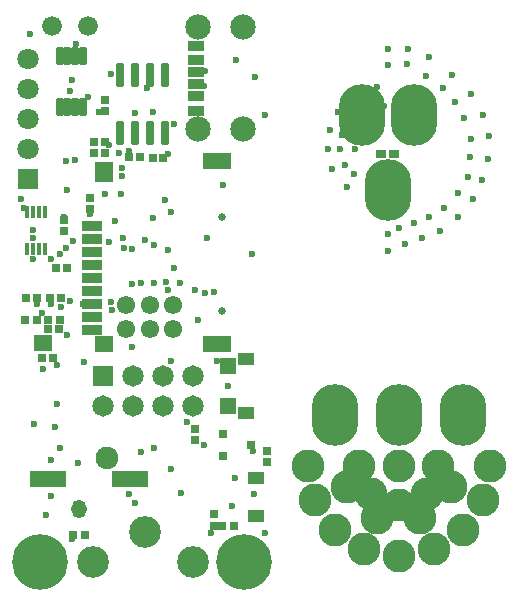
<source format=gts>
G04*
G04 #@! TF.GenerationSoftware,Altium Limited,Altium Designer,20.0.13 (296)*
G04*
G04 Layer_Color=8388736*
%FSLAX25Y25*%
%MOIN*%
G70*
G01*
G75*
%ADD97R,0.03150X0.03110*%
%ADD98R,0.05394X0.04173*%
%ADD99R,0.02953X0.02559*%
%ADD100R,0.02559X0.02953*%
%ADD101R,0.05315X0.04134*%
%ADD102R,0.05709X0.05315*%
G04:AMPARAMS|DCode=103|XSize=62.99mil|YSize=24.8mil|CornerRadius=5.32mil|HoleSize=0mil|Usage=FLASHONLY|Rotation=270.000|XOffset=0mil|YOffset=0mil|HoleType=Round|Shape=RoundedRectangle|*
%AMROUNDEDRECTD103*
21,1,0.06299,0.01417,0,0,270.0*
21,1,0.05236,0.02480,0,0,270.0*
1,1,0.01063,-0.00709,-0.02618*
1,1,0.01063,-0.00709,0.02618*
1,1,0.01063,0.00709,0.02618*
1,1,0.01063,0.00709,-0.02618*
%
%ADD103ROUNDEDRECTD103*%
%ADD104R,0.02854X0.03032*%
%ADD105R,0.01772X0.03937*%
G04:AMPARAMS|DCode=106|XSize=80.71mil|YSize=29.53mil|CornerRadius=5.91mil|HoleSize=0mil|Usage=FLASHONLY|Rotation=90.000|XOffset=0mil|YOffset=0mil|HoleType=Round|Shape=RoundedRectangle|*
%AMROUNDEDRECTD106*
21,1,0.08071,0.01772,0,0,90.0*
21,1,0.06890,0.02953,0,0,90.0*
1,1,0.01181,0.00886,0.03445*
1,1,0.01181,0.00886,-0.03445*
1,1,0.01181,-0.00886,-0.03445*
1,1,0.01181,-0.00886,0.03445*
%
%ADD106ROUNDEDRECTD106*%
%ADD107R,0.05315X0.03347*%
%ADD108R,0.05315X0.03583*%
%ADD109R,0.05315X0.03740*%
%ADD110R,0.03110X0.03150*%
%ADD111R,0.12011X0.05311*%
%ADD112R,0.06890X0.03347*%
%ADD113R,0.09252X0.05315*%
%ADD114R,0.06496X0.05315*%
%ADD115R,0.06496X0.06890*%
%ADD116O,0.15591X0.20591*%
%ADD117R,0.03347X0.02953*%
%ADD118O,0.05091X0.06091*%
%ADD119C,0.07591*%
%ADD120C,0.06591*%
%ADD121C,0.06102*%
%ADD122R,0.05891X0.05391*%
%ADD123R,0.07087X0.07087*%
%ADD124C,0.07087*%
%ADD125R,0.07146X0.07146*%
%ADD126C,0.07146*%
%ADD127C,0.08465*%
%ADD128C,0.18591*%
%ADD129C,0.10591*%
%ADD130C,0.02559*%
%ADD131C,0.02362*%
%ADD132C,0.11000*%
D97*
X537772Y493500D02*
D03*
X534228D02*
D03*
X529772D02*
D03*
X526228D02*
D03*
X537272Y483000D02*
D03*
X533728D02*
D03*
X539772Y503500D02*
D03*
X536228D02*
D03*
X531728Y473500D02*
D03*
X535272D02*
D03*
X564272Y540500D02*
D03*
X560728D02*
D03*
X568457Y540000D02*
D03*
X572000D02*
D03*
D98*
X603000Y433500D02*
D03*
Y420626D02*
D03*
D99*
X542000Y414500D02*
D03*
X545937Y414500D02*
D03*
X591532Y417500D02*
D03*
X595469D02*
D03*
X529937Y486000D02*
D03*
X526000D02*
D03*
X533532Y486000D02*
D03*
X537468D02*
D03*
D100*
X589000Y417531D02*
D03*
Y421468D02*
D03*
D101*
X599551Y473055D02*
D03*
Y454945D02*
D03*
D102*
X593449Y470594D02*
D03*
Y457405D02*
D03*
D103*
X537441Y574000D02*
D03*
X540000D02*
D03*
X542559D02*
D03*
X545118D02*
D03*
Y556992D02*
D03*
X542559D02*
D03*
X540000D02*
D03*
X537441D02*
D03*
D104*
X601177Y444500D02*
D03*
X591823Y440760D02*
D03*
Y448240D02*
D03*
D105*
X526547Y522201D02*
D03*
X528516D02*
D03*
X530484D02*
D03*
X532453D02*
D03*
Y509799D02*
D03*
X530484D02*
D03*
X528516D02*
D03*
X526547D02*
D03*
D106*
X557500Y567665D02*
D03*
X562500D02*
D03*
X567500D02*
D03*
X572500D02*
D03*
Y548335D02*
D03*
X567500D02*
D03*
X562500D02*
D03*
X557500D02*
D03*
D107*
X583000Y564705D02*
D03*
Y568642D02*
D03*
D108*
Y572657D02*
D03*
Y560689D02*
D03*
D109*
Y577500D02*
D03*
Y555847D02*
D03*
D110*
X582500Y446228D02*
D03*
Y449772D02*
D03*
X606500Y442272D02*
D03*
Y438728D02*
D03*
X552500Y559272D02*
D03*
Y555728D02*
D03*
X549000Y545272D02*
D03*
Y541728D02*
D03*
X547500Y526772D02*
D03*
Y523228D02*
D03*
X552500Y545272D02*
D03*
Y541728D02*
D03*
X539000Y515728D02*
D03*
Y519272D02*
D03*
D111*
X533500Y433000D02*
D03*
X561060D02*
D03*
D112*
X548268Y482701D02*
D03*
Y487032D02*
D03*
Y491362D02*
D03*
Y495693D02*
D03*
Y500024D02*
D03*
Y504354D02*
D03*
Y508685D02*
D03*
Y513016D02*
D03*
Y517346D02*
D03*
D113*
X590000Y539000D02*
D03*
Y477976D02*
D03*
D114*
X552205D02*
D03*
D115*
Y535457D02*
D03*
D116*
X638121Y554369D02*
D03*
X646859Y529369D02*
D03*
X655621Y554369D02*
D03*
X629338Y454384D02*
D03*
X671896D02*
D03*
X650565D02*
D03*
D117*
X649024Y541458D02*
D03*
X644694D02*
D03*
D118*
X544000Y423000D02*
D03*
D119*
X553374Y440024D02*
D03*
D120*
X546811Y584000D02*
D03*
X535000D02*
D03*
D121*
X559626Y483126D02*
D03*
X567500Y483063D02*
D03*
X575374D02*
D03*
Y491000D02*
D03*
X567500D02*
D03*
X559626D02*
D03*
D122*
X532000Y478500D02*
D03*
D123*
X527000Y533000D02*
D03*
D124*
Y543000D02*
D03*
Y553000D02*
D03*
Y563000D02*
D03*
Y573000D02*
D03*
D125*
X552000Y467500D02*
D03*
D126*
X562000D02*
D03*
X572000D02*
D03*
X582000D02*
D03*
X552000Y457500D02*
D03*
X562000D02*
D03*
X572000D02*
D03*
X582000D02*
D03*
D127*
X598551Y549665D02*
D03*
Y583681D02*
D03*
X583591D02*
D03*
Y549665D02*
D03*
D128*
X599000Y405500D02*
D03*
X531000D02*
D03*
D129*
X566000Y415500D02*
D03*
X548500Y405500D02*
D03*
X582000D02*
D03*
D130*
X591575Y489000D02*
D03*
Y520496D02*
D03*
D131*
X539963Y529537D02*
D03*
X528500Y516000D02*
D03*
Y513500D02*
D03*
X558251Y534056D02*
D03*
X558231Y536830D02*
D03*
X560728Y542272D02*
D03*
X557111Y541612D02*
D03*
X558500Y513500D02*
D03*
X532000Y469586D02*
D03*
X552500Y528000D02*
D03*
X573500Y509500D02*
D03*
X569000Y511000D02*
D03*
X583500Y486000D02*
D03*
X602134Y428134D02*
D03*
X561500Y498200D02*
D03*
X527500Y581500D02*
D03*
X602500Y567000D02*
D03*
X558000Y528000D02*
D03*
X592000Y531000D02*
D03*
X593500Y464000D02*
D03*
X606000Y415000D02*
D03*
X529000Y451500D02*
D03*
X545500Y472000D02*
D03*
X586500Y513500D02*
D03*
X575500Y503500D02*
D03*
X524500Y526500D02*
D03*
X574500Y472500D02*
D03*
X541500Y413000D02*
D03*
X533000Y421000D02*
D03*
X534500Y427500D02*
D03*
Y439500D02*
D03*
X574532Y522031D02*
D03*
X596000Y433500D02*
D03*
X564500Y498500D02*
D03*
X531734Y488328D02*
D03*
X538000Y490500D02*
D03*
X534500Y491500D02*
D03*
X530000D02*
D03*
X559000Y510000D02*
D03*
X541000Y492531D02*
D03*
X554500Y492000D02*
D03*
X555000Y489500D02*
D03*
X561531Y476968D02*
D03*
X569000Y498500D02*
D03*
X553957Y511957D02*
D03*
X561685Y509685D02*
D03*
X565768Y512768D02*
D03*
X568469Y520031D02*
D03*
X562500Y555000D02*
D03*
X550500Y555500D02*
D03*
X541500Y566000D02*
D03*
X541000Y562500D02*
D03*
X554500Y568000D02*
D03*
X547000Y560500D02*
D03*
X573500Y541500D02*
D03*
X573086Y498586D02*
D03*
X572532Y525969D02*
D03*
X586000Y495000D02*
D03*
X589000Y495500D02*
D03*
X573500Y496000D02*
D03*
X547500Y521500D02*
D03*
X525500Y523248D02*
D03*
X541926Y512574D02*
D03*
X580000Y452000D02*
D03*
X539500Y510131D02*
D03*
X590000Y472500D02*
D03*
X537500Y508000D02*
D03*
X534500Y506468D02*
D03*
X528516Y506516D02*
D03*
X542500Y539500D02*
D03*
X539500Y539000D02*
D03*
X575500Y551335D02*
D03*
X568469Y555532D02*
D03*
X566728Y563500D02*
D03*
X554000Y544500D02*
D03*
X568838Y443500D02*
D03*
X564500Y442000D02*
D03*
X602000Y442500D02*
D03*
X606000Y554500D02*
D03*
X596158Y572657D02*
D03*
X585500Y564000D02*
D03*
X586031Y569000D02*
D03*
X577500Y498500D02*
D03*
X582500Y496000D02*
D03*
X545362Y491362D02*
D03*
X540011Y481011D02*
D03*
X556000Y519000D02*
D03*
X562532Y425000D02*
D03*
X536500Y471000D02*
D03*
X539000Y520272D02*
D03*
X585500Y444500D02*
D03*
X601500Y508000D02*
D03*
X595000Y424000D02*
D03*
X587968Y415000D02*
D03*
X543000Y578000D02*
D03*
X536500Y458000D02*
D03*
X574500Y436500D02*
D03*
X536000Y450500D02*
D03*
X543500Y438500D02*
D03*
X537500Y443500D02*
D03*
X578000Y428500D02*
D03*
X560500Y428000D02*
D03*
X653121Y571369D02*
D03*
X659621Y567369D02*
D03*
X646859Y514621D02*
D03*
Y508923D02*
D03*
X650621Y516869D02*
D03*
X652621Y511369D02*
D03*
X655621Y518369D02*
D03*
X658121Y513369D02*
D03*
X660621Y520369D02*
D03*
X664121Y515869D02*
D03*
X665621Y523369D02*
D03*
X670121Y520369D02*
D03*
Y528369D02*
D03*
X675121Y526369D02*
D03*
X673621Y533869D02*
D03*
X678121Y532869D02*
D03*
X674121Y540369D02*
D03*
X680121Y539869D02*
D03*
X674621Y546369D02*
D03*
X680621Y547369D02*
D03*
X672280Y553257D02*
D03*
X678621Y554369D02*
D03*
X669121Y558869D02*
D03*
X674621Y561369D02*
D03*
X665121Y563369D02*
D03*
X668121Y567869D02*
D03*
X660621Y573869D02*
D03*
X653621Y576369D02*
D03*
X646859Y571040D02*
D03*
Y576528D02*
D03*
X635796Y543108D02*
D03*
X627621Y549369D02*
D03*
X630121Y555369D02*
D03*
X636621Y560869D02*
D03*
X643121Y563869D02*
D03*
X645621Y557369D02*
D03*
X642121Y556369D02*
D03*
X638121Y554369D02*
D03*
X634121Y551369D02*
D03*
X631621Y547869D02*
D03*
X633121Y530369D02*
D03*
X635621Y534869D02*
D03*
X628121Y536369D02*
D03*
X632621Y537869D02*
D03*
X626768Y543108D02*
D03*
X630811D02*
D03*
X644694Y541458D02*
D03*
D132*
X650565Y437513D02*
D03*
X662108Y409576D02*
D03*
X650545Y407276D02*
D03*
X638981Y409576D02*
D03*
X629178Y416126D02*
D03*
X622628Y425929D02*
D03*
X620328Y437492D02*
D03*
X680761D02*
D03*
X678461Y425929D02*
D03*
X671911Y416126D02*
D03*
X663734Y437492D02*
D03*
X659871Y428166D02*
D03*
X650545Y424303D02*
D03*
X643388Y420215D02*
D03*
X637356Y437492D02*
D03*
X667822Y430336D02*
D03*
X657701Y420215D02*
D03*
X641219Y428166D02*
D03*
X633267Y430336D02*
D03*
M02*

</source>
